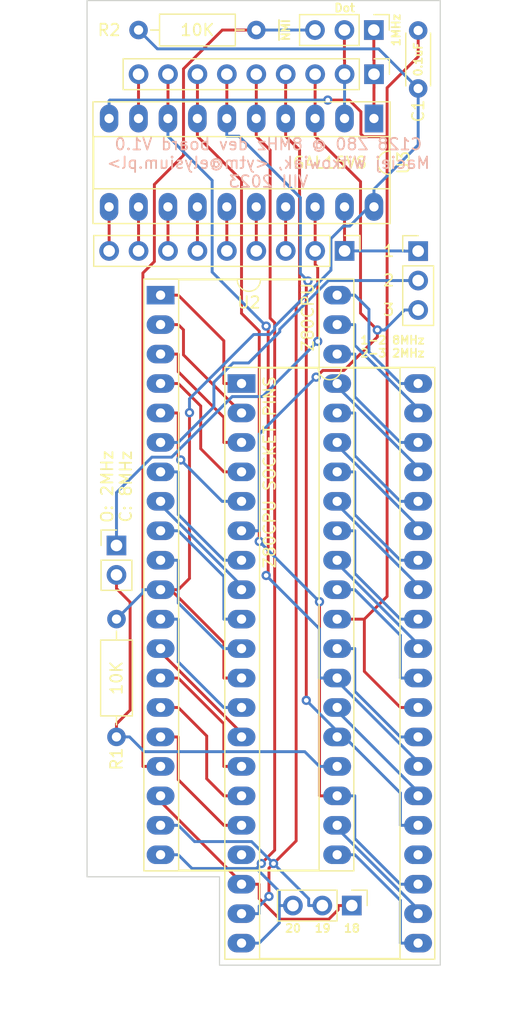
<source format=kicad_pcb>
(kicad_pcb (version 20211014) (generator pcbnew)
  (layers (0 "F.Cu" signal) (31 "B.Cu" signal) (34 "B.Paste" user) (35 "F.Paste" user) (36 "B.SilkS" user "B.Silkscreen") (37 "F.SilkS" user "F.Silkscreen") (38 "B.Mask" user) (39 "F.Mask" user) (44 "Edge.Cuts" user))
  (net 0 "")
  (net 1 "VCC")
  (net 2 "/~{NMI}")
  (net 3 "/~{WAIT}")
  (net 4 "/A11")
  (net 5 "/A12")
  (net 6 "/A13")
  (net 7 "/A14")
  (net 8 "/A15")
  (net 9 "/~{CLK_IN}")
  (net 10 "/D4")
  (net 11 "/D3")
  (net 12 "/D5")
  (net 13 "/D6")
  (net 14 "/D2")
  (net 15 "/D7")
  (net 16 "/D0")
  (net 17 "/D1")
  (net 18 "/~{INT}")
  (net 20 "/~{HALT}")
  (net 21 "/~{MREQ}")
  (net 22 "/~{IORQ}")
  (net 23 "/~{RD}")
  (net 24 "/~{WR}")
  (net 25 "/~{BUSACK}")
  (net 27 "/~{BUSRQ}")
  (net 28 "/~{RESET}")
  (net 29 "/~{M1}")
  (net 30 "/~{RFSH}")
  (net 31 "GND")
  (net 32 "/A0")
  (net 33 "/A1")
  (net 34 "/A2")
  (net 35 "/A3")
  (net 36 "/A4")
  (net 37 "/A5")
  (net 38 "/A6")
  (net 39 "/A7")
  (net 40 "/A8")
  (net 41 "/A9")
  (net 42 "/A10")
  (net 43 "/~{CLK_OUT}")
  (net 44 "/CLK1MHZ")
  (net 45 "/DOTCLK")
  (net 46 "Net-(J3-Pad9)")
  (net 47 "Net-(J4-Pad3)")
  (net 48 "Net-(J4-Pad4)")
  (net 49 "Net-(J4-Pad5)")
  (net 50 "Net-(J4-Pad6)")
  (net 51 "Net-(J4-Pad7)")
  (net 52 "Net-(J4-Pad8)")
  (net 53 "Net-(J4-Pad9)")
  (net 54 "Net-(JP2-Pad2)")
  (net 55 "/~{WAITOUT}")
  (footprint "Connector_PinHeader_2.54mm:PinHeader_1x03_P2.54mm_Vertical" (layer "F.Cu") (at 137.145 126.94 -90)
    (fp_text reference "J1" hide)
    (fp_text value "Board corner fix" hide)
  )
  (footprint "Capacitor_THT:C_Disc_D4.3mm_W1.9mm_P5.00mm" (layer "F.Cu") (at 142.875 56.475 90)
    (fp_text reference "C1")
    (fp_text value "0.1uF")
  )
  (footprint "Connector_PinHeader_2.54mm:PinHeader_1x09_P2.54mm_Vertical" (layer "F.Cu") (at 136.525 70.485 -90)
    (fp_text reference "J4" hide)
    (fp_text value "GAL_11_19" hide)
  )
  (footprint "Connector_PinHeader_2.54mm:PinHeader_1x02_P2.54mm_Vertical" (layer "F.Cu") (at 116.84 95.885)
    (fp_text reference "JP1" hide)
    (fp_text value "WAITPASS" hide)
  )
  (footprint "Package_DIP:DIP-20_W7.62mm_Socket_LongPads" (layer "F.Cu") (at 139.06 59.065 -90)
    (fp_text reference "U3")
    (fp_text value "GAL16V8")
  )
  (footprint "Connector_PinHeader_2.54mm:PinHeader_1x03_P2.54mm_Vertical" (layer "F.Cu") (at 142.875 70.5)
    (fp_text reference "JP2" hide)
    (fp_text value "CLOCK_SEL" hide)
  )
  (footprint "Connector_PinHeader_2.54mm:PinHeader_1x03_P2.54mm_Vertical" (layer "F.Cu") (at 139.05 51.435 -90)
    (fp_text reference "J2" hide)
    (fp_text value "EXP_PORT" hide)
  )
  (footprint "Connector_PinHeader_2.54mm:PinHeader_1x09_P2.54mm_Vertical" (layer "F.Cu") (at 139.065 55.245 -90)
    (fp_text reference "J3" hide)
    (fp_text value "GAL_1_9" hide)
  )
  (footprint "Package_DIP:DIP-40_W15.24mm_Socket_LongPads" (layer "F.Cu") (at 127.63 81.92)
    (fp_text reference "U1" hide)
    (fp_text value "Z80CPU SOCKET PINS")
  )
  (footprint "Package_DIP:DIP-40_W15.24mm_Socket_LongPads" (layer "F.Cu") (at 120.645 74.3)
    (fp_text reference "U2")
    (fp_text value "Z80CPU")
  )
  (footprint "Resistor_THT:R_Axial_DIN0207_L6.3mm_D2.5mm_P10.16mm_Horizontal" (layer "F.Cu") (at 118.745 51.435)
    (fp_text reference "R2")
    (fp_text value "10K")
  )
  (footprint "Resistor_THT:R_Axial_DIN0207_L6.3mm_D2.5mm_P10.16mm_Horizontal" (layer "F.Cu") (at 116.84 102.235 -90)
    (fp_text reference "R1")
    (fp_text value "10K")
  )
  (gr_line (start 125.73 132.08) (end 144.78 132.08) (layer "Edge.Cuts") (width 0.1))
  (gr_line (start 114.3 48.895) (end 144.78 48.895) (layer "Edge.Cuts") (width 0.1))
  (gr_line (start 125.73 124.46) (end 125.73 132.08) (layer "Edge.Cuts") (width 0.1))
  (gr_line (start 114.3 124.46) (end 125.73 124.46) (layer "Edge.Cuts") (width 0.1))
  (gr_line (start 144.78 132.08) (end 144.78 48.895) (layer "Edge.Cuts") (width 0.1))
  (gr_line (start 114.3 48.895) (end 114.3 124.46) (layer "Edge.Cuts") (width 0.1))
  (gr_text "C128 Z80 @ 8MHz dev board V1.0\nMaciej Witkowiak, <ytm@elysium.pl>\nVIII 2023\n" (at 129.9464 62.8904) (layer "B.SilkS") (effects (font (size 1 1)) (justify mirror)))
  (gr_text "1MHz" (at 140.97 51.435 90) (layer "F.SilkS") (effects (font (size 0.7 0.7))))
  (gr_text "20" (at 132.08 128.905) (layer "F.SilkS") (effects (font (size 0.7 0.7))))
  (gr_text "18" (at 137.16 128.905) (layer "F.SilkS") (effects (font (size 0.7 0.7))))
  (gr_text "~{NMI}" (at 131.445 51.435 90) (layer "F.SilkS") (effects (font (size 0.7 0.7))))
  (gr_text "O: 2MHz\nC: 8MHz" (at 116.84 90.805 90) (layer "F.SilkS") (effects (font (size 1 1))))
  (gr_text "1" (at 140.335 70.485) (layer "F.SilkS") (effects (font (size 1 1))))
  (gr_text "1-2 8MHz\n2-3 2MHz" (at 143.51 78.74) (layer "F.SilkS") (effects (font (size 0.7 0.7)) (justify right)))
  (gr_text "Dot" (at 136.525 49.53) (layer "F.SilkS") (effects (font (size 0.7 0.7))))
  (gr_text "2" (at 140.335 73.025) (layer "F.SilkS") (effects (font (size 1 1))))
  (gr_text "19" (at 134.635004 128.905) (layer "F.SilkS") (effects (font (size 0.7 0.7))))
  (gr_text "3" (at 140.335 75.565) (layer "F.SilkS") (effects (font (size 1 1))))
  (segment (start 127.63 107.32) (end 126.1047 107.32) (width 0.25) (layer "F.Cu") (net 1))
  (segment (start 123.1401 98.7302) (end 122.1703 99.7) (width 0.25) (layer "F.Cu") (net 1))
  (segment (start 120.645 99.7) (end 121.5237 99.7) (width 0.25) (layer "F.Cu") (net 1))
  (segment (start 121.5237 99.7) (end 122.1703 99.7) (width 0.25) (layer "F.Cu") (net 1))
  (segment (start 126.1047 104.281) (end 126.1047 107.32) (width 0.25) (layer "F.Cu") (net 1))
  (segment (start 123.1401 84.4327) (end 123.1401 98.7302) (width 0.25) (layer "F.Cu") (net 1))
  (segment (start 121.5237 99.7) (end 126.1047 104.281) (width 0.25) (layer "F.Cu") (net 1))
  (via (at 123.1401 84.4327) (size 0.8) (drill 0.4) (layers "F.Cu" "B.Cu") (net 1))
  (segment (start 139.06 66.685) (end 139.06 66.2515) (width 0.25) (layer "B.Cu") (net 1))
  (segment (start 123.1401 84.4327) (end 123.1401 83.2371) (width 0.25) (layer "B.Cu") (net 1))
  (segment (start 123.1401 83.2371) (end 128.6833 77.6939) (width 0.25) (layer "B.Cu") (net 1))
  (segment (start 136.4325 68.3436) (end 136.9679 68.3436) (width 0.25) (layer "B.Cu") (net 1))
  (segment (start 120.3707 53.0607) (end 139.4607 53.0607) (width 0.25) (layer "B.Cu") (net 1))
  (segment (start 120.645 99.7) (end 119.1197 99.7) (width 0.25) (layer "B.Cu") (net 1))
  (segment (start 130.4825 77.2691) (end 130.4825 77.0171) (width 0.25) (layer "B.Cu") (net 1))
  (segment (start 139.06 65.1597) (end 142.875 61.3447) (width 0.25) (layer "B.Cu") (net 1))
  (segment (start 135.3496 72.15) (end 135.3496 69.4265) (width 0.25) (layer "B.Cu") (net 1))
  (segment (start 136.9679 68.3436) (end 139.06 66.2515) (width 0.25) (layer "B.Cu") (net 1))
  (segment (start 116.84 102.235) (end 119.1197 99.9553) (width 0.25) (layer "B.Cu") (net 1))
  (segment (start 135.3496 69.4265) (end 136.4325 68.3436) (width 0.25) (layer "B.Cu") (net 1))
  (segment (start 128.6833 77.6939) (end 130.0577 77.6939) (width 0.25) (layer "B.Cu") (net 1))
  (segment (start 119.1197 99.9553) (end 119.1197 99.7) (width 0.25) (layer "B.Cu") (net 1))
  (segment (start 139.4607 53.0607) (end 142.875 56.475) (width 0.25) (layer "B.Cu") (net 1))
  (segment (start 130.4825 77.0171) (end 135.3496 72.15) (width 0.25) (layer "B.Cu") (net 1))
  (segment (start 142.875 61.3447) (end 142.875 56.475) (width 0.25) (layer "B.Cu") (net 1))
  (segment (start 130.0577 77.6939) (end 130.4825 77.2691) (width 0.25) (layer "B.Cu") (net 1))
  (segment (start 139.06 66.2515) (end 139.06 65.1597) (width 0.25) (layer "B.Cu") (net 1))
  (segment (start 118.745 51.435) (end 120.3707 53.0607) (width 0.25) (layer "B.Cu") (net 1))
  (segment (start 120.645 114.94) (end 119.1197 114.94) (width 0.25) (layer "F.Cu") (net 2))
  (segment (start 120.1096 64.7495) (end 120.1096 71.4017) (width 0.25) (layer "F.Cu") (net 2))
  (segment (start 122.6239 62.2352) (end 120.1096 64.7495) (width 0.25) (layer "F.Cu") (net 2))
  (segment (start 119.1197 72.3916) (end 119.1197 114.94) (width 0.25) (layer "F.Cu") (net 2))
  (segment (start 128.905 51.435) (end 125.9725 51.435) (width 0.25) (layer "F.Cu") (net 2))
  (segment (start 125.9725 51.435) (end 122.6239 54.7836) (width 0.25) (layer "F.Cu") (net 2))
  (segment (start 122.6239 54.7836) (end 122.6239 62.2352) (width 0.25) (layer "F.Cu") (net 2))
  (segment (start 120.1096 71.4017) (end 119.1197 72.3916) (width 0.25) (layer "F.Cu") (net 2))
  (segment (start 133.97 51.435) (end 128.905 51.435) (width 0.25) (layer "B.Cu") (net 2))
  (segment (start 116.84 98.425) (end 116.84 99.6003) (width 0.25) (layer "F.Cu") (net 3))
  (segment (start 116.84 111.2697) (end 118.0153 110.0944) (width 0.25) (layer "F.Cu") (net 3))
  (segment (start 116.84 112.395) (end 116.84 111.2697) (width 0.25) (layer "F.Cu") (net 3))
  (segment (start 118.0153 100.7756) (end 116.84 99.6003) (width 0.25) (layer "F.Cu") (net 3))
  (segment (start 118.0153 110.0944) (end 118.0153 100.7756) (width 0.25) (layer "F.Cu") (net 3))
  (segment (start 135.885 114.94) (end 134.3597 114.94) (width 0.25) (layer "B.Cu") (net 3))
  (segment (start 119.2403 113.67) (end 133.0897 113.67) (width 0.25) (layer "B.Cu") (net 3))
  (segment (start 133.0897 113.67) (end 134.3597 114.94) (width 0.25) (layer "B.Cu") (net 3))
  (segment (start 117.9653 112.395) (end 119.2403 113.67) (width 0.25) (layer "B.Cu") (net 3))
  (segment (start 116.84 112.395) (end 117.9653 112.395) (width 0.25) (layer "B.Cu") (net 3))
  (segment (start 127.63 81.92) (end 126.1047 81.92) (width 0.25) (layer "F.Cu") (net 4))
  (segment (start 120.645 74.3) (end 122.1703 74.3) (width 0.25) (layer "F.Cu") (net 4))
  (segment (start 122.1703 74.3) (end 126.1047 78.2344) (width 0.25) (layer "F.Cu") (net 4))
  (segment (start 126.1047 78.2344) (end 126.1047 81.92) (width 0.25) (layer "F.Cu") (net 4))
  (segment (start 122.1703 76.84) (end 122.6207 77.2904) (width 0.25) (layer "F.Cu") (net 5))
  (segment (start 120.645 76.84) (end 122.1703 76.84) (width 0.25) (layer "F.Cu") (net 5))
  (segment (start 122.6207 77.2904) (end 122.6207 79.4507) (width 0.25) (layer "F.Cu") (net 5))
  (segment (start 122.6207 79.4507) (end 127.63 84.46) (width 0.25) (layer "F.Cu") (net 5))
  (segment (start 127.63 87) (end 126.1047 87) (width 0.25) (layer "F.Cu") (net 6))
  (segment (start 120.645 79.38) (end 122.1703 79.38) (width 0.25) (layer "F.Cu") (net 6))
  (segment (start 126.1047 84.8397) (end 126.1047 87) (width 0.25) (layer "F.Cu") (net 6))
  (segment (start 122.1703 79.38) (end 122.1703 80.9053) (width 0.25) (layer "F.Cu") (net 6))
  (segment (start 122.1703 80.9053) (end 126.1047 84.8397) (width 0.25) (layer "F.Cu") (net 6))
  (segment (start 122.1703 81.92) (end 124.1098 83.8595) (width 0.25) (layer "F.Cu") (net 7))
  (segment (start 127.63 89.54) (end 126.1047 89.54) (width 0.25) (layer "F.Cu") (net 7))
  (segment (start 124.1098 87.5451) (end 126.1047 89.54) (width 0.25) (layer "F.Cu") (net 7))
  (segment (start 124.1098 83.8595) (end 124.1098 87.5451) (width 0.25) (layer "F.Cu") (net 7))
  (segment (start 120.645 81.92) (end 122.1703 81.92) (width 0.25) (layer "F.Cu") (net 7))
  (segment (start 122.1703 84.46) (end 122.1703 88.2941) (width 0.25) (layer "F.Cu") (net 8))
  (segment (start 122.1703 88.2941) (end 122.386 88.5098) (width 0.25) (layer "F.Cu") (net 8))
  (segment (start 120.645 84.46) (end 122.1703 84.46) (width 0.25) (layer "F.Cu") (net 8))
  (via (at 122.386 88.5098) (size 0.8) (drill 0.4) (layers "F.Cu" "B.Cu") (net 8))
  (segment (start 125.9562 92.08) (end 122.386 88.5098) (width 0.25) (layer "B.Cu") (net 8))
  (segment (start 127.63 92.08) (end 125.9562 92.08) (width 0.25) (layer "B.Cu") (net 8))
  (segment (start 137.9009 64.5112) (end 137.9009 75.8512) (width 0.25) (layer "F.Cu") (net 9))
  (segment (start 133.98 56.4253) (end 133.98 59.065) (width 0.25) (layer "F.Cu") (net 9))
  (segment (start 136.462 80.7946) (end 139.3537 77.9029) (width 0.25) (layer "F.Cu") (net 9))
  (segment (start 133.985 55.245) (end 133.985 56.4203) (width 0.25) (layer "F.Cu") (net 9))
  (segment (start 137.9009 75.8512) (end 139.3537 77.304) (width 0.25) (layer "F.Cu") (net 9))
  (segment (start 133.98 60.5903) (end 137.9009 64.5112) (width 0.25) (layer "F.Cu") (net 9))
  (segment (start 134.6409 80.7946) (end 136.462 80.7946) (width 0.25) (layer "F.Cu") (net 9))
  (segment (start 133.985 56.4203) (end 133.98 56.4253) (width 0.25) (layer "F.Cu") (net 9))
  (segment (start 133.98 59.065) (end 133.98 60.5903) (width 0.25) (layer "F.Cu") (net 9))
  (segment (start 139.3537 77.9029) (end 139.3537 77.304) (width 0.25) (layer "F.Cu") (net 9))
  (segment (start 134.0682 81.3673) (end 134.6409 80.7946) (width 0.25) (layer "F.Cu") (net 9))
  (via (at 139.3537 77.304) (size 0.8) (drill 0.4) (layers "F.Cu" "B.Cu") (net 9))
  (via (at 134.0682 81.3673) (size 0.8) (drill 0.4) (layers "F.Cu" "B.Cu") (net 9))
  (segment (start 142.875 75.58) (end 141.6997 75.58) (width 0.25) (layer "B.Cu") (net 9))
  (segment (start 129.1553 86.2802) (end 134.0682 81.3673) (width 0.25) (layer "B.Cu") (net 9))
  (segment (start 139.3537 77.304) (end 139.9757 77.304) (width 0.25) (layer "B.Cu") (net 9))
  (segment (start 129.1553 94.62) (end 129.1553 86.2802) (width 0.25) (layer "B.Cu") (net 9))
  (segment (start 127.63 94.62) (end 129.1553 94.62) (width 0.25) (layer "B.Cu") (net 9))
  (segment (start 139.9757 77.304) (end 141.6997 75.58) (width 0.25) (layer "B.Cu") (net 9))
  (segment (start 122.1703 89.54) (end 122.1703 93.2256) (width 0.25) (layer "B.Cu") (net 10))
  (segment (start 122.1703 93.2256) (end 126.1047 97.16) (width 0.25) (layer "B.Cu") (net 10))
  (segment (start 127.63 97.16) (end 126.1047 97.16) (width 0.25) (layer "B.Cu") (net 10))
  (segment (start 120.645 89.54) (end 122.1703 89.54) (width 0.25) (layer "B.Cu") (net 10))
  (segment (start 120.645 92.08) (end 120.645 92.3753) (width 0.25) (layer "B.Cu") (net 11))
  (segment (start 127.63 99.3603) (end 127.63 99.7) (width 0.25) (layer "B.Cu") (net 11))
  (segment (start 120.645 92.3753) (end 127.63 99.3603) (width 0.25) (layer "B.Cu") (net 11))
  (segment (start 120.645 94.62) (end 122.1703 94.62) (width 0.25) (layer "B.Cu") (net 12))
  (segment (start 126.1047 98.5544) (end 126.1047 102.24) (width 0.25) (layer "B.Cu") (net 12))
  (segment (start 127.63 102.24) (end 126.1047 102.24) (width 0.25) (layer "B.Cu") (net 12))
  (segment (start 122.1703 94.62) (end 126.1047 98.5544) (width 0.25) (layer "B.Cu") (net 12))
  (segment (start 120.645 97.16) (end 122.1703 97.16) (width 0.25) (layer "B.Cu") (net 13))
  (segment (start 122.1703 100.8456) (end 126.1047 104.78) (width 0.25) (layer "B.Cu") (net 13))
  (segment (start 127.63 104.78) (end 126.1047 104.78) (width 0.25) (layer "B.Cu") (net 13))
  (segment (start 122.1703 97.16) (end 122.1703 100.8456) (width 0.25) (layer "B.Cu") (net 13))
  (segment (start 122.1703 102.24) (end 122.1703 105.9256) (width 0.25) (layer "B.Cu") (net 14))
  (segment (start 122.1703 105.9256) (end 126.1047 109.86) (width 0.25) (layer "B.Cu") (net 14))
  (segment (start 127.63 109.86) (end 126.1047 109.86) (width 0.25) (layer "B.Cu") (net 14))
  (segment (start 120.645 102.24) (end 122.1703 102.24) (width 0.25) (layer "B.Cu") (net 14))
  (segment (start 120.645 105.0753) (end 127.63 112.0603) (width 0.25) (layer "F.Cu") (net 15))
  (segment (start 127.63 112.0603) (end 127.63 112.4) (width 0.25) (layer "F.Cu") (net 15))
  (segment (start 120.645 104.78) (end 120.645 105.0753) (width 0.25) (layer "F.Cu") (net 15))
  (segment (start 122.1703 107.32) (end 126.1047 111.2544) (width 0.25) (layer "F.Cu") (net 16))
  (segment (start 120.645 107.32) (end 122.1703 107.32) (width 0.25) (layer "F.Cu") (net 16))
  (segment (start 127.63 114.94) (end 126.1047 114.94) (width 0.25) (layer "F.Cu") (net 16))
  (segment (start 126.1047 111.2544) (end 126.1047 114.94) (width 0.25) (layer "F.Cu") (net 16))
  (segment (start 124.6263 116.0016) (end 126.1047 117.48) (width 0.25) (layer "F.Cu") (net 17))
  (segment (start 124.6263 112.316) (end 124.6263 116.0016) (width 0.25) (layer "F.Cu") (net 17))
  (segment (start 120.645 109.86) (end 122.1703 109.86) (width 0.25) (layer "F.Cu") (net 17))
  (segment (start 122.1703 109.86) (end 124.6263 112.316) (width 0.25) (layer "F.Cu") (net 17))
  (segment (start 127.63 117.48) (end 126.1047 117.48) (width 0.25) (layer "F.Cu") (net 17))
  (segment (start 127.63 120.02) (end 126.1047 120.02) (width 0.25) (layer "F.Cu") (net 18))
  (segment (start 122.1703 112.4) (end 122.1703 116.0856) (width 0.25) (layer "F.Cu") (net 18))
  (segment (start 122.1703 116.0856) (end 126.1047 120.02) (width 0.25) (layer "F.Cu") (net 18))
  (segment (start 120.645 112.4) (end 122.1703 112.4) (width 0.25) (layer "F.Cu") (net 18))
  (segment (start 120.645 117.48) (end 120.645 117.9799) (width 0.25) (layer "F.Cu") (net 20))
  (segment (start 127.63 125.1) (end 129.1553 125.1) (width 0.25) (layer "F.Cu") (net 20))
  (segment (start 129.1553 126.3393) (end 130.9313 128.1153) (width 0.25) (layer "F.Cu") (net 20))
  (segment (start 135.1618 128.1153) (end 135.9697 127.3074) (width 0.25) (layer "F.Cu") (net 20))
  (segment (start 137.145 126.94) (end 135.9697 126.94) (width 0.25) (layer "F.Cu") (net 20))
  (segment (start 130.9313 128.1153) (end 135.1618 128.1153) (width 0.25) (layer "F.Cu") (net 20))
  (segment (start 120.645 117.9799) (end 127.63 124.9649) (width 0.25) (layer "F.Cu") (net 20))
  (segment (start 129.1553 125.1) (end 129.1553 126.3393) (width 0.25) (layer "F.Cu") (net 20))
  (segment (start 135.9697 127.3074) (end 135.9697 126.94) (width 0.25) (layer "F.Cu") (net 20))
  (segment (start 127.63 124.9649) (end 127.63 125.1) (width 0.25) (layer "F.Cu") (net 20))
  (segment (start 129.9993 126.1503) (end 129.9993 123.7112) (width 0.25) (layer "F.Cu") (net 21))
  (segment (start 132.3439 121.3666) (end 130.3939 123.3166) (width 0.25) (layer "F.Cu") (net 21))
  (segment (start 132.6383 61.7886) (end 132.6383 74.9254) (width 0.25) (layer "F.Cu") (net 21))
  (segment (start 129.9993 123.7112) (end 130.3939 123.3166) (width 0.25) (layer "F.Cu") (net 21))
  (segment (start 131.44 59.065) (end 131.44 60.5903) (width 0.25) (layer "F.Cu") (net 21))
  (segment (start 132.6383 74.9254) (end 132.3439 75.2198) (width 0.25) (layer "F.Cu") (net 21))
  (segment (start 131.445 55.245) (end 131.445 56.4203) (width 0.25) (layer "F.Cu") (net 21))
  (segment (start 131.445 56.4203) (end 131.44 56.4253) (width 0.25) (layer "F.Cu") (net 21))
  (segment (start 131.44 56.4253) (end 131.44 59.065) (width 0.25) (layer "F.Cu") (net 21))
  (segment (start 132.3439 75.2198) (end 132.3439 121.3666) (width 0.25) (layer "F.Cu") (net 21))
  (segment (start 131.44 60.5903) (end 132.6383 61.7886) (width 0.25) (layer "F.Cu") (net 21))
  (via (at 129.9993 126.1503) (size 0.8) (drill 0.4) (layers "F.Cu" "B.Cu") (net 21))
  (via (at 130.3939 123.3166) (size 0.8) (drill 0.4) (layers "F.Cu" "B.Cu") (net 21))
  (segment (start 123.5729 121.4226) (end 128.4999 121.4226) (width 0.25) (layer "B.Cu") (net 21))
  (segment (start 134.605 126.94) (end 133.4297 126.94) (width 0.25) (layer "B.Cu") (net 21))
  (segment (start 130.3939 123.3166) (end 133.4297 126.3524) (width 0.25) (layer "B.Cu") (net 21))
  (segment (start 122.1703 120.02) (end 123.5729 121.4226) (width 0.25) (layer "B.Cu") (net 21))
  (segment (start 128.4999 121.4226) (end 130.3939 123.3166) (width 0.25) (layer "B.Cu") (net 21))
  (segment (start 129.1553 127.64) (end 129.1553 126.9943) (width 0.25) (layer "B.Cu") (net 21))
  (segment (start 120.645 120.02) (end 122.1703 120.02) (width 0.25) (layer "B.Cu") (net 21))
  (segment (start 133.4297 126.3524) (end 133.4297 126.94) (width 0.25) (layer "B.Cu") (net 21))
  (segment (start 129.1553 126.9943) (end 129.9993 126.1503) (width 0.25) (layer "B.Cu") (net 21))
  (segment (start 127.63 127.64) (end 129.1553 127.64) (width 0.25) (layer "B.Cu") (net 21))
  (segment (start 130.0994 61.7897) (end 128.9 60.5903) (width 0.25) (layer "F.Cu") (net 22))
  (segment (start 130.4934 122.161) (end 130.4934 76.679) (width 0.25) (layer "F.Cu") (net 22))
  (segment (start 130.0994 76.285) (end 130.0994 61.7897) (width 0.25) (layer "F.Cu") (net 22))
  (segment (start 128.9 59.065) (end 128.9 60.5903) (width 0.25) (layer "F.Cu") (net 22))
  (segment (start 128.905 55.245) (end 128.905 57.5347) (width 0.25) (layer "F.Cu") (net 22))
  (segment (start 128.9 58.3023) (end 128.9 57.5397) (width 0.25) (layer "F.Cu") (net 22))
  (segment (start 130.4934 76.679) (end 130.0994 76.285) (width 0.25) (layer "F.Cu") (net 22))
  (segment (start 129.3393 123.3151) (end 130.4934 122.161) (width 0.25) (layer "F.Cu") (net 22))
  (segment (start 128.9 58.3023) (end 128.9 59.065) (width 0.25) (layer "F.Cu") (net 22))
  (segment (start 128.905 57.5347) (end 128.9 57.5397) (width 0.25) (layer "F.Cu") (net 22))
  (via (at 129.3393 123.3151) (size 0.8) (drill 0.4) (layers "F.Cu" "B.Cu") (net 22))
  (segment (start 130.8897 125.7209) (end 130.8897 126.94) (width 0.25) (layer "B.Cu") (net 22))
  (segment (start 120.645 122.56) (end 122.1703 122.56) (width 0.25) (layer "B.Cu") (net 22))
  (segment (start 132.065 126.94) (end 130.8897 126.94) (width 0.25) (layer "B.Cu") (net 22))
  (segment (start 129.1553 130.18) (end 130.8897 128.4456) (width 0.25) (layer "B.Cu") (net 22))
  (segment (start 123.3531 123.7428) (end 122.1703 122.56) (width 0.25) (layer "B.Cu") (net 22))
  (segment (start 130.8897 128.4456) (end 130.8897 126.94) (width 0.25) (layer "B.Cu") (net 22))
  (segment (start 127.63 130.18) (end 129.1553 130.18) (width 0.25) (layer "B.Cu") (net 22))
  (segment (start 129.3393 123.3151) (end 128.9116 123.7428) (width 0.25) (layer "B.Cu") (net 22))
  (segment (start 128.9116 123.7428) (end 123.3531 123.7428) (width 0.25) (layer "B.Cu") (net 22))
  (segment (start 128.9116 123.7428) (end 130.8897 125.7209) (width 0.25) (layer "B.Cu") (net 22))
  (segment (start 141.3447 126.4944) (end 141.3447 130.18) (width 0.25) (layer "B.Cu") (net 23))
  (segment (start 135.885 122.56) (end 137.4103 122.56) (width 0.25) (layer "B.Cu") (net 23))
  (segment (start 142.87 130.18) (end 141.3447 130.18) (width 0.25) (layer "B.Cu") (net 23))
  (segment (start 137.4103 122.56) (end 141.3447 126.4944) (width 0.25) (layer "B.Cu") (net 23))
  (segment (start 142.87 127.2622) (end 142.87 127.64) (width 0.25) (layer "B.Cu") (net 24))
  (segment (start 135.885 120.2772) (end 142.87 127.2622) (width 0.25) (layer "B.Cu") (net 24))
  (segment (start 135.885 120.02) (end 135.885 120.2772) (width 0.25) (layer "B.Cu") (net 24))
  (segment (start 127.63 64.4003) (end 127.63 75.8671) (width 0.25) (layer "F.Cu") (net 25))
  (segment (start 123.82 59.065) (end 123.82 59.8276) (width 0.25) (layer "F.Cu") (net 25))
  (segment (start 135.885 117.48) (end 134.3597 117.48) (width 0.25) (layer "F.Cu") (net 25))
  (segment (start 123.82 60.5903) (end 127.63 64.4003) (width 0.25) (layer "F.Cu") (net 25))
  (segment (start 123.82 59.8276) (end 123.825 59.8226) (width 0.25) (layer "F.Cu") (net 25))
  (segment (start 123.825 59.8226) (end 123.825 55.245) (width 0.25) (layer "F.Cu") (net 25))
  (segment (start 129.1598 77.3969) (end 129.1598 95.5373) (width 0.25) (layer "F.Cu") (net 25))
  (segment (start 134.3597 117.48) (end 134.3597 100.7372) (width 0.25) (layer "F.Cu") (net 25))
  (segment (start 127.63 75.8671) (end 129.1598 77.3969) (width 0.25) (layer "F.Cu") (net 25))
  (segment (start 123.82 59.8276) (end 123.82 60.5903) (width 0.25) (layer "F.Cu") (net 25))
  (via (at 129.1598 95.5373) (size 0.8) (drill 0.4) (layers "F.Cu" "B.Cu") (net 25))
  (via (at 134.3597 100.7372) (size 0.8) (drill 0.4) (layers "F.Cu" "B.Cu") (net 25))
  (segment (start 129.1598 95.5373) (end 134.3597 100.7372) (width 0.25) (layer "B.Cu") (net 25))
  (segment (start 137.4103 121.1656) (end 141.3447 125.1) (width 0.25) (layer "B.Cu") (net 25))
  (segment (start 137.4103 117.48) (end 137.4103 121.1656) (width 0.25) (layer "B.Cu") (net 25))
  (segment (start 135.885 117.48) (end 137.4103 117.48) (width 0.25) (layer "B.Cu") (net 25))
  (segment (start 142.87 125.1) (end 141.3447 125.1) (width 0.25) (layer "B.Cu") (net 25))
  (segment (start 133.2187 109.2403) (end 133.2187 73.2255) (width 0.25) (layer "F.Cu") (net 27))
  (segment (start 126.36 59.065) (end 126.36 57.5397) (width 0.25) (layer "F.Cu") (net 27))
  (segment (start 126.365 57.5347) (end 126.365 55.245) (width 0.25) (layer "F.Cu") (net 27))
  (segment (start 133.2187 73.2255) (end 133.365 73.0792) (width 0.25) (layer "F.Cu") (net 27))
  (segment (start 126.36 57.5397) (end 126.365 57.5347) (width 0.25) (layer "F.Cu") (net 27))
  (via (at 133.365 73.0792) (size 0.8) (drill 0.4) (layers "F.Cu" "B.Cu") (net 27))
  (via (at 133.2187 109.2403) (size 0.8) (drill 0.4) (layers "F.Cu" "B.Cu") (net 27))
  (segment (start 136.3784 112.4) (end 133.2187 109.2403) (width 0.25) (layer "B.Cu") (net 27))
  (segment (start 136.5131 112.4) (end 136.3784 112.4) (width 0.25) (layer "B.Cu") (net 27))
  (segment (start 132.71 72.4242) (end 133.365 73.0792) (width 0.25) (layer "B.Cu") (net 27))
  (segment (start 126.36 59.065) (end 126.36 60.5903) (width 0.25) (layer "B.Cu") (net 27))
  (segment (start 141.3447 117.2316) (end 141.3447 120.02) (width 0.25) (layer "B.Cu") (net 27))
  (segment (start 132.71 65.8917) (end 132.71 72.4242) (width 0.25) (layer "B.Cu") (net 27))
  (segment (start 126.36 60.5903) (end 127.4086 60.5903) (width 0.25) (layer "B.Cu") (net 27))
  (segment (start 142.87 120.02) (end 141.3447 120.02) (width 0.25) (layer "B.Cu") (net 27))
  (segment (start 135.885 112.4) (end 136.5131 112.4) (width 0.25) (layer "B.Cu") (net 27))
  (segment (start 127.4086 60.5903) (end 132.71 65.8917) (width 0.25) (layer "B.Cu") (net 27))
  (segment (start 136.5131 112.4) (end 141.3447 117.2316) (width 0.25) (layer "B.Cu") (net 27))
  (segment (start 142.87 117.1403) (end 142.87 117.48) (width 0.25) (layer "B.Cu") (net 28))
  (segment (start 135.885 109.86) (end 135.885 110.1553) (width 0.25) (layer "B.Cu") (net 28))
  (segment (start 135.885 110.1553) (end 142.87 117.1403) (width 0.25) (layer "B.Cu") (net 28))
  (segment (start 121.28 59.065) (end 121.28 57.5397) (width 0.25) (layer "F.Cu") (net 29))
  (segment (start 129.9306 98.2977) (end 129.9306 77.142) (width 0.25) (layer "F.Cu") (net 29))
  (segment (start 129.7572 98.4711) (end 129.9306 98.2977) (width 0.25) (layer "F.Cu") (net 29))
  (segment (start 121.28 57.5397) (end 121.285 57.5347) (width 0.25) (layer "F.Cu") (net 29))
  (segment (start 129.9306 77.142) (end 129.7572 76.9686) (width 0.25) (layer "F.Cu") (net 29))
  (segment (start 121.285 57.5347) (end 121.285 55.245) (width 0.25) (layer "F.Cu") (net 29))
  (via (at 129.7572 76.9686) (size 0.8) (drill 0.4) (layers "F.Cu" "B.Cu") (net 29))
  (via (at 129.7572 98.4711) (size 0.8) (drill 0.4) (layers "F.Cu" "B.Cu") (net 29))
  (segment (start 142.87 114.5622) (end 142.87 114.94) (width 0.25) (layer "B.Cu") (net 29))
  (segment (start 125.095 72.3064) (end 125.095 64.4053) (width 0.25) (layer "B.Cu") (net 29))
  (segment (start 121.28 59.065) (end 121.28 60.5903) (width 0.25) (layer "B.Cu") (net 29))
  (segment (start 134.3597 103.0736) (end 129.7572 98.4711) (width 0.25) (layer "B.Cu") (net 29))
  (segment (start 135.885 107.32) (end 134.3597 107.32) (width 0.25) (layer "B.Cu") (net 29))
  (segment (start 125.095 64.4053) (end 121.28 60.5903) (width 0.25) (layer "B.Cu") (net 29))
  (segment (start 134.3597 107.32) (end 134.3597 103.0736) (width 0.25) (layer "B.Cu") (net 29))
  (segment (start 129.7572 76.9686) (end 125.095 72.3064) (width 0.25) (layer "B.Cu") (net 29))
  (segment (start 135.885 107.5772) (end 142.87 114.5622) (width 0.25) (layer "B.Cu") (net 29))
  (segment (start 135.885 107.32) (end 135.885 107.5772) (width 0.25) (layer "B.Cu") (net 29))
  (segment (start 137.4103 108.4656) (end 141.3447 112.4) (width 0.25) (layer "B.Cu") (net 30))
  (segment (start 135.885 104.78) (end 137.4103 104.78) (width 0.25) (layer "B.Cu") (net 30))
  (segment (start 137.4103 104.78) (end 137.4103 108.4656) (width 0.25) (layer "B.Cu") (net 30))
  (segment (start 142.87 112.4) (end 141.3447 112.4) (width 0.25) (layer "B.Cu") (net 30))
  (segment (start 140.1939 60.6324) (end 140.1939 100.2764) (width 0.25) (layer "F.Cu") (net 31))
  (segment (start 140.1939 60.6324) (end 140.1939 56.4144) (width 0.25) (layer "F.Cu") (net 31))
  (segment (start 135.885 102.24) (end 137.4103 102.24) (width 0.25) (layer "F.Cu") (net 31))
  (segment (start 140.1939 56.4144) (end 142.875 53.7333) (width 0.25) (layer "F.Cu") (net 31))
  (segment (start 137.9346 58.4799) (end 136.9303 57.4756) (width 0.25) (layer "F.Cu") (net 31))
  (segment (start 138.2303 102.24) (end 138.2303 106.7456) (width 0.25) (layer "F.Cu") (net 31))
  (segment (start 142.87 109.86) (end 141.3447 109.86) (width 0.25) (layer "F.Cu") (net 31))
  (segment (start 136.9303 57.4756) (end 135.0743 57.4756) (width 0.25) (layer "F.Cu") (net 31))
  (segment (start 137.9346 60.4058) (end 137.9346 58.4799) (width 0.25) (layer "F.Cu") (net 31))
  (segment (start 140.1939 100.2764) (end 138.2303 102.24) (width 0.25) (layer "F.Cu") (net 31))
  (segment (start 142.875 53.7333) (end 142.875 51.475) (width 0.25) (layer "F.Cu") (net 31))
  (segment (start 140.1939 60.6324) (end 138.1612 60.6324) (width 0.25) (layer "F.Cu") (net 31))
  (segment (start 138.2303 106.7456) (end 141.3447 109.86) (width 0.25) (layer "F.Cu") (net 31))
  (segment (start 137.4103 102.24) (end 138.2303 102.24) (width 0.25) (layer "F.Cu") (net 31))
  (segment (start 138.1612 60.6324) (end 137.9346 60.4058) (width 0.25) (layer "F.Cu") (net 31))
  (via (at 135.0743 57.4756) (size 0.8) (drill 0.4) (layers "F.Cu" "B.Cu") (net 31))
  (segment (start 135.0743 57.4756) (end 116.2641 57.4756) (width 0.25) (layer "B.Cu") (net 31))
  (segment (start 116.2 59.065) (end 116.2 57.5397) (width 0.25) (layer "B.Cu") (net 31))
  (segment (start 116.2641 57.4756) (end 116.2 57.5397) (width 0.25) (layer "B.Cu") (net 31))
  (segment (start 141.3447 107.32) (end 141.3447 103.6344) (width 0.25) (layer "B.Cu") (net 32))
  (segment (start 142.87 107.32) (end 141.3447 107.32) (width 0.25) (layer "B.Cu") (net 32))
  (segment (start 135.885 99.7) (end 137.4103 99.7) (width 0.25) (layer "B.Cu") (net 32))
  (segment (start 141.3447 103.6344) (end 137.4103 99.7) (width 0.25) (layer "B.Cu") (net 32))
  (segment (start 142.87 104.4022) (end 142.87 104.78) (width 0.25) (layer "B.Cu") (net 33))
  (segment (start 135.885 97.4172) (end 142.87 104.4022) (width 0.25) (layer "B.Cu") (net 33))
  (segment (start 135.885 97.16) (end 135.885 97.4172) (width 0.25) (layer "B.Cu") (net 33))
  (segment (start 135.885 94.62) (end 137.4103 94.62) (width 0.25) (layer "B.Cu") (net 34))
  (segment (start 142.87 102.24) (end 141.3447 102.24) (width 0.25) (layer "B.Cu") (net 34))
  (segment (start 137.4103 94.62) (end 137.4103 98.3056) (width 0.25) (layer "B.Cu") (net 34))
  (segment (start 137.4103 98.3056) (end 141.3447 102.24) (width 0.25) (layer "B.Cu") (net 34))
  (segment (start 142.87 99.3222) (end 142.87 99.7) (width 0.25) (layer "B.Cu") (net 35))
  (segment (start 135.885 92.08) (end 135.885 92.3372) (width 0.25) (layer "B.Cu") (net 35))
  (segment (start 135.885 92.3372) (end 142.87 99.3222) (width 0.25) (layer "B.Cu") (net 35))
  (segment (start 135.885 89.54) (end 137.4103 89.54) (width 0.25) (layer "B.Cu") (net 36))
  (segment (start 137.4103 93.2256) (end 141.3447 97.16) (width 0.25) (layer "B.Cu") (net 36))
  (segment (start 137.4103 89.54) (end 137.4103 93.2256) (width 0.25) (layer "B.Cu") (net 36))
  (segment (start 142.87 97.16) (end 141.3447 97.16) (width 0.25) (layer "B.Cu") (net 36))
  (segment (start 142.87 94.2422) (end 142.87 94.62) (width 0.25) (layer "B.Cu") (net 37))
  (segment (start 135.885 87) (end 135.885 87.2572) (width 0.25) (layer "B.Cu") (net 37))
  (segment (start 135.885 87.2572) (end 142.87 94.2422) (width 0.25) (layer "B.Cu") (net 37))
  (segment (start 135.885 84.46) (end 137.4103 84.46) (width 0.25) (layer "B.Cu") (net 38))
  (segment (start 142.87 92.08) (end 141.3447 92.08) (width 0.25) (layer "B.Cu") (net 38))
  (segment (start 137.4103 88.1456) (end 141.3447 92.08) (width 0.25) (layer "B.Cu") (net 38))
  (segment (start 137.4103 84.46) (end 137.4103 88.1456) (width 0.25) (layer "B.Cu") (net 38))
  (segment (start 142.87 89.1622) (end 142.87 89.54) (width 0.25) (layer "B.Cu") (net 39))
  (segment (start 135.885 82.1772) (end 142.87 89.1622) (width 0.25) (layer "B.Cu") (net 39))
  (segment (start 135.885 81.92) (end 135.885 82.1772) (width 0.25) (layer "B.Cu") (net 39))
  (segment (start 135.885 79.38) (end 137.4103 79.38) (width 0.25) (layer "B.Cu") (net 40))
  (segment (start 137.4103 79.38) (end 137.4103 83.0656) (width 0.25) (layer "B.Cu") (net 40))
  (segment (start 142.87 87) (end 141.3447 87) (width 0.25) (layer "B.Cu") (net 40))
  (segment (start 137.4103 83.0656) (end 141.3447 87) (width 0.25) (layer "B.Cu") (net 40))
  (segment (start 142.87 84.0822) (end 142.87 84.46) (width 0.25) (layer "B.Cu") (net 41))
  (segment (start 137.4103 78.6225) (end 142.87 84.0822) (width 0.25) (layer "B.Cu") (net 41))
  (segment (start 137.4103 76.84) (end 137.4103 78.6225) (width 0.25) (layer "B.Cu") (net 41))
  (segment (start 135.885 76.84) (end 137.4103 76.84) (width 0.25) (layer "B.Cu") (net 41))
  (segment (start 135.885 74.3) (end 137.4103 74.3) (width 0.25) (layer "B.Cu") (net 42))
  (segment (start 138.6284 79.2037) (end 141.3447 81.92) (width 0.25) (layer "B.Cu") (net 42))
  (segment (start 137.4103 74.3) (end 138.6284 75.5181) (width 0.25) (layer "B.Cu") (net 42))
  (segment (start 142.87 81.92) (end 141.3447 81.92) (width 0.25) (layer "B.Cu") (net 42))
  (segment (start 138.6284 75.5181) (end 138.6284 79.2037) (width 0.25) (layer "B.Cu") (net 42))
  (segment (start 136.52 66.685) (end 136.52 69.3047) (width 0.25) (layer "F.Cu") (net 43))
  (segment (start 136.525 70.485) (end 136.525 69.3097) (width 0.25) (layer "F.Cu") (net 43))
  (segment (start 136.52 69.3047) (end 136.525 69.3097) (width 0.25) (layer "F.Cu") (net 43))
  (segment (start 142.875 70.5) (end 141.6997 70.5) (width 0.25) (layer "B.Cu") (net 43))
  (segment (start 141.6997 70.5) (end 141.6847 70.485) (width 0.25) (layer "B.Cu") (net 43))
  (segment (start 141.6847 70.485) (end 136.525 70.485) (width 0.25) (layer "B.Cu") (net 43))
  (segment (start 139.065 56.4203) (end 139.06 56.4253) (width 0.25) (layer "F.Cu") (net 44))
  (segment (start 139.065 55.245) (end 139.065 54.0697) (width 0.25) (layer "F.Cu") (net 44))
  (segment (start 139.065 55.245) (end 139.065 56.4203) (width 0.25) (layer "F.Cu") (net 44))
  (segment (start 139.06 56.4253) (end 139.06 59.065) (width 0.25) (layer "F.Cu") (net 44))
  (segment (start 139.05 54.0547) (end 139.065 54.0697) (width 0.25) (layer "F.Cu") (net 44))
  (segment (start 139.05 51.435) (end 139.05 54.0547) (width 0.25) (layer "F.Cu") (net 44))
  (segment (start 136.525 54.0697) (end 136.51 54.0547) (width 0.25) (layer "F.Cu") (net 45))
  (segment (start 136.525 55.245) (end 136.525 54.0697) (width 0.25) (layer "F.Cu") (net 45))
  (segment (start 136.51 54.0547) (end 136.51 51.435) (width 0.25) (layer "F.Cu") (net 45))
  (segment (start 136.525 57.5347) (end 136.52 57.5397) (width 0.25) (layer "B.Cu") (net 45))
  (segment (start 136.52 59.065) (end 136.52 57.5397) (width 0.25) (layer "B.Cu") (net 45))
  (segment (start 136.525 55.245) (end 136.525 57.5347) (width 0.25) (layer "B.Cu") (net 45))
  (segment (start 118.745 56.4203) (end 118.74 56.4253) (width 0.25) (layer "F.Cu") (net 46))
  (segment (start 118.745 55.245) (end 118.745 56.4203) (width 0.25) (layer "F.Cu") (net 46))
  (segment (start 118.74 56.4253) (end 118.74 59.065) (width 0.25) (layer "F.Cu") (net 46))
  (segment (start 131.44 68.2103) (end 131.445 68.2153) (width 0.25) (layer "F.Cu") (net 47))
  (segment (start 131.445 68.2153) (end 131.445 70.485) (width 0.25) (layer "F.Cu") (net 47))
  (segment (start 131.44 66.685) (end 131.44 68.2103) (width 0.25) (layer "F.Cu") (net 47))
  (segment (start 128.9 68.2103) (end 128.905 68.2153) (width 0.25) (layer "F.Cu") (net 48))
  (segment (start 128.905 68.2153) (end 128.905 70.485) (width 0.25) (layer "F.Cu") (net 48))
  (segment (start 128.9 66.685) (end 128.9 68.2103) (width 0.25) (layer "F.Cu") (net 48))
  (segment (start 126.36 68.2103) (end 126.365 68.2153) (width 0.25) (layer "F.Cu") (net 49))
  (segment (start 126.365 68.2153) (end 126.365 70.485) (width 0.25) (layer "F.Cu") (net 49))
  (segment (start 126.36 66.685) (end 126.36 68.2103) (width 0.25) (layer "F.Cu") (net 49))
  (segment (start 123.825 68.2153) (end 123.825 70.485) (width 0.25) (layer "F.Cu") (net 50))
  (segment (start 123.82 66.685) (end 123.82 68.2103) (width 0.25) (layer "F.Cu") (net 50))
  (segment (start 123.82 68.2103) (end 123.825 68.2153) (width 0.25) (layer "F.Cu") (net 50))
  (segment (start 121.285 68.2153) (end 121.285 70.485) (width 0.25) (layer "F.Cu") (net 51))
  (segment (start 121.28 66.685) (end 121.28 68.2103) (width 0.25) (layer "F.Cu") (net 51))
  (segment (start 121.28 68.2103) (end 121.285 68.2153) (width 0.25) (layer "F.Cu") (net 51))
  (segment (start 118.74 68.2103) (end 118.745 68.2153) (width 0.25) (layer "F.Cu") (net 52))
  (segment (start 118.745 68.2153) (end 118.745 70.485) (width 0.25) (layer "F.Cu") (net 52))
  (segment (start 118.74 66.685) (end 118.74 68.2103) (width 0.25) (layer "F.Cu") (net 52))
  (segment (start 116.2 66.685) (end 116.2 68.2103) (width 0.25) (layer "F.Cu") (net 53))
  (segment (start 116.2 68.2103) (end 116.205 68.2153) (width 0.25) (layer "F.Cu") (net 53))
  (segment (start 116.205 68.2153) (end 116.205 70.485) (width 0.25) (layer "F.Cu") (net 53))
  (segment (start 135.1259 73.04) (end 141.6997 73.04) (width 0.25) (layer "B.Cu") (net 54))
  (segment (start 122.1703 87) (end 125.2471 83.9232) (width 0.25) (layer "B.Cu") (net 54))
  (segment (start 120.645 87) (end 122.1703 87) (width 0.25) (layer "B.Cu") (net 54))
  (segment (start 125.2471 81.8093) (end 126.9093 80.1471) (width 0.25) (layer "B.Cu") (net 54))
  (segment (start 126.9093 80.1471) (end 128.2414 80.1471) (width 0.25) (layer "B.Cu") (net 54))
  (segment (start 125.2471 83.9232) (end 125.2471 81.8093) (width 0.25) (layer "B.Cu") (net 54))
  (segment (start 128.2414 80.1471) (end 130.9328 77.4557) (width 0.25) (layer "B.Cu") (net 54))
  (segment (start 130.9328 77.2331) (end 135.1259 73.04) (width 0.25) (layer "B.Cu") (net 54))
  (segment (start 130.9328 77.4557) (end 130.9328 77.2331) (width 0.25) (layer "B.Cu") (net 54))
  (segment (start 142.875 73.04) (end 141.6997 73.04) (width 0.25) (layer "B.Cu") (net 54))
  (segment (start 133.98 66.685) (end 133.98 68.2103) (width 0.25) (layer "F.Cu") (net 55))
  (segment (start 133.98 68.2103) (end 133.985 68.2153) (width 0.25) (layer "F.Cu") (net 55))
  (segment (start 133.985 71.6603) (end 134.2057 71.881) (width 0.25) (layer "F.Cu") (net 55))
  (segment (start 133.985 68.2153) (end 133.985 70.485) (width 0.25) (layer "F.Cu") (net 55))
  (segment (start 133.985 70.485) (end 133.985 71.6603) (width 0.25) (layer "F.Cu") (net 55))
  (segment (start 134.2057 71.881) (end 134.2057 78.2857) (width 0.25) (layer "F.Cu") (net 55))
  (via (at 134.2057 78.2857) (size 0.8) (drill 0.4) (layers "F.Cu" "B.Cu") (net 55))
  (segment (start 121.6 88.27) (end 119.8947 88.27) (width 0.25) (layer "B.Cu") (net 55))
  (segment (start 134.2057 78.2857) (end 129.446 83.0454) (width 0.25) (layer "B.Cu") (net 55))
  (segment (start 129.446 83.0454) (end 126.8246 83.0454) (width 0.25) (layer "B.Cu") (net 55))
  (segment (start 119.8947 88.27) (end 116.84 91.3247) (width 0.25) (layer "B.Cu") (net 55))
  (segment (start 116.84 91.3247) (end 116.84 95.885) (width 0.25) (layer "B.Cu") (net 55))
  (segment (start 126.8246 83.0454) (end 121.6 88.27) (width 0.25) (layer "B.Cu") (net 55))
)
</source>
